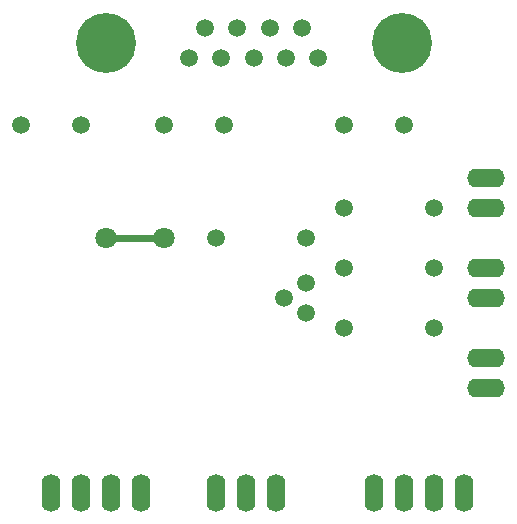
<source format=gbr>
%TF.GenerationSoftware,KiCad,Pcbnew,(6.0.6)*%
%TF.CreationDate,2022-08-19T16:35:04-03:00*%
%TF.ProjectId,hub_interior,6875625f-696e-4746-9572-696f722e6b69,rev?*%
%TF.SameCoordinates,Original*%
%TF.FileFunction,Copper,L1,Top*%
%TF.FilePolarity,Positive*%
%FSLAX46Y46*%
G04 Gerber Fmt 4.6, Leading zero omitted, Abs format (unit mm)*
G04 Created by KiCad (PCBNEW (6.0.6)) date 2022-08-19 16:35:04*
%MOMM*%
%LPD*%
G01*
G04 APERTURE LIST*
%TA.AperFunction,ComponentPad*%
%ADD10O,1.600000X3.200000*%
%TD*%
%TA.AperFunction,ComponentPad*%
%ADD11C,1.500000*%
%TD*%
%TA.AperFunction,ComponentPad*%
%ADD12C,5.080000*%
%TD*%
%TA.AperFunction,ComponentPad*%
%ADD13O,3.200000X1.600000*%
%TD*%
%TA.AperFunction,ViaPad*%
%ADD14C,1.800000*%
%TD*%
%TA.AperFunction,Conductor*%
%ADD15C,0.609600*%
%TD*%
G04 APERTURE END LIST*
D10*
%TO.P,JP1,1*%
%TO.N,N$13*%
X145326100Y-122783600D03*
%TO.P,JP1,2*%
%TO.N,+5V*%
X147866100Y-122783600D03*
%TO.P,JP1,3*%
%TO.N,GND*%
X150406100Y-122783600D03*
%TD*%
D11*
%TO.P,R4,1*%
%TO.N,+5V*%
X156121100Y-98653600D03*
%TO.P,R4,2*%
%TO.N,N$7*%
X163741100Y-98653600D03*
%TD*%
%TO.P,C2,1*%
%TO.N,N$2*%
X145961100Y-91668600D03*
%TO.P,C2,2*%
%TO.N,GND*%
X140881100Y-91668600D03*
%TD*%
%TO.P,R3,1*%
%TO.N,N$3*%
X156121100Y-103733600D03*
%TO.P,R3,2*%
%TO.N,N$6*%
X163741100Y-103733600D03*
%TD*%
%TO.P,X1,1*%
%TO.N,N/C*%
X143014700Y-85953600D03*
%TO.P,X1,2*%
%TO.N,N$2*%
X145757900Y-85953600D03*
%TO.P,X1,3*%
%TO.N,N/C*%
X148501100Y-85953600D03*
%TO.P,X1,4*%
%TO.N,N$10*%
X151244300Y-85953600D03*
%TO.P,X1,5*%
%TO.N,N/C*%
X153987500Y-85953600D03*
%TO.P,X1,6*%
%TO.N,N$13*%
X144386300Y-83413600D03*
%TO.P,X1,7*%
%TO.N,N$4*%
X147129500Y-83413600D03*
%TO.P,X1,8*%
%TO.N,N/C*%
X149872700Y-83413600D03*
%TO.P,X1,9*%
%TO.N,+5V*%
X152615900Y-83413600D03*
D12*
%TO.P,X1,G1*%
%TO.N,GND*%
X135978900Y-84683600D03*
%TO.P,X1,G2*%
X161023300Y-84683600D03*
%TD*%
D13*
%TO.P,X2,1*%
%TO.N,+5V*%
X168186100Y-113893600D03*
%TO.P,X2,2*%
%TO.N,N$5*%
X168186100Y-111353600D03*
%TD*%
D11*
%TO.P,C1,1*%
%TO.N,N$4*%
X133896100Y-91668600D03*
%TO.P,C1,2*%
%TO.N,GND*%
X128816100Y-91668600D03*
%TD*%
%TO.P,R2,1*%
%TO.N,N$3*%
X156121100Y-108813600D03*
%TO.P,R2,2*%
%TO.N,N$5*%
X163741100Y-108813600D03*
%TD*%
%TO.P,Q1,1*%
%TO.N,GND*%
X152946100Y-105003600D03*
%TO.P,Q1,2*%
%TO.N,N$1*%
X151041100Y-106273600D03*
%TO.P,Q1,3*%
%TO.N,N$3*%
X152946100Y-107543600D03*
%TD*%
%TO.P,C3,1*%
%TO.N,+5V*%
X156121100Y-91668600D03*
%TO.P,C3,2*%
%TO.N,GND*%
X161201100Y-91668600D03*
%TD*%
D13*
%TO.P,X3,1*%
%TO.N,+5V*%
X168186100Y-106273600D03*
%TO.P,X3,2*%
%TO.N,N$6*%
X168186100Y-103733600D03*
%TD*%
D10*
%TO.P,RELE1,1*%
%TO.N,GND*%
X131356100Y-122783600D03*
%TO.P,RELE1,2*%
%TO.N,N$4*%
X133896100Y-122783600D03*
%TO.P,RELE1,3*%
%TO.N,GND*%
X136436100Y-122783600D03*
%TO.P,RELE1,4*%
%TO.N,+5V*%
X138976100Y-122783600D03*
%TD*%
D11*
%TO.P,R1,1*%
%TO.N,N$1*%
X152946100Y-101193600D03*
%TO.P,R1,2*%
%TO.N,N$2*%
X145326100Y-101193600D03*
%TD*%
D10*
%TO.P,VOLTAGE1,1*%
%TO.N,GND*%
X158661100Y-122783600D03*
%TO.P,VOLTAGE1,2*%
%TO.N,N$10*%
X161201100Y-122783600D03*
%TO.P,VOLTAGE1,3*%
%TO.N,GND*%
X163741100Y-122783600D03*
%TO.P,VOLTAGE1,4*%
%TO.N,+5V*%
X166281100Y-122783600D03*
%TD*%
D13*
%TO.P,LED1,1*%
%TO.N,N$7*%
X168186100Y-98653600D03*
%TO.P,LED1,2*%
%TO.N,GND*%
X168186100Y-96113600D03*
%TD*%
D14*
%TO.N,GND*%
X140881100Y-101193600D03*
X136000000Y-101193600D03*
%TD*%
D15*
%TO.N,GND*%
X140881100Y-101193600D02*
X136000000Y-101193600D01*
%TD*%
M02*

</source>
